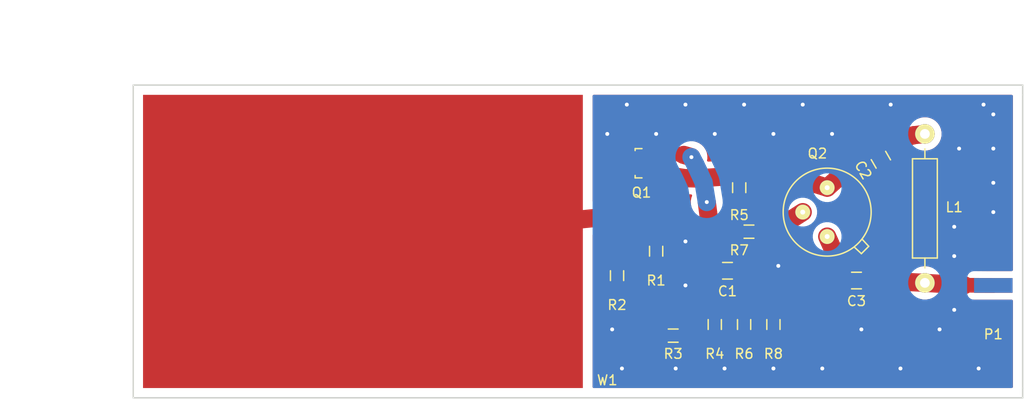
<source format=kicad_pcb>
(kicad_pcb (version 4) (host pcbnew 4.0.2-1.fc23-product)

  (general
    (links 28)
    (no_connects 1)
    (area 107.924999 85.924999 199.075001 118.075001)
    (thickness 1.6)
    (drawings 9)
    (tracks 191)
    (zones 0)
    (modules 17)
    (nets 10)
  )

  (page A4)
  (layers
    (0 F.Cu signal)
    (31 B.Cu signal)
    (32 B.Adhes user)
    (33 F.Adhes user)
    (34 B.Paste user)
    (35 F.Paste user)
    (36 B.SilkS user)
    (37 F.SilkS user)
    (38 B.Mask user)
    (39 F.Mask user)
    (40 Dwgs.User user)
    (41 Cmts.User user)
    (42 Eco1.User user)
    (43 Eco2.User user)
    (44 Edge.Cuts user)
    (45 Margin user)
    (46 B.CrtYd user)
    (47 F.CrtYd user)
    (48 B.Fab user)
    (49 F.Fab user)
  )

  (setup
    (last_trace_width 0.25)
    (trace_clearance 0.2)
    (zone_clearance 0.708)
    (zone_45_only no)
    (trace_min 0.2)
    (segment_width 0.2)
    (edge_width 0.15)
    (via_size 0.6)
    (via_drill 0.4)
    (via_min_size 0.4)
    (via_min_drill 0.3)
    (uvia_size 0.3)
    (uvia_drill 0.1)
    (uvias_allowed no)
    (uvia_min_size 0.2)
    (uvia_min_drill 0.1)
    (pcb_text_width 0.3)
    (pcb_text_size 1.5 1.5)
    (mod_edge_width 0.15)
    (mod_text_size 1 1)
    (mod_text_width 0.15)
    (pad_size 1.524 1.524)
    (pad_drill 0.762)
    (pad_to_mask_clearance 0.2)
    (aux_axis_origin 0 0)
    (visible_elements FFFFFF7F)
    (pcbplotparams
      (layerselection 0x010f0_80000001)
      (usegerberextensions false)
      (excludeedgelayer true)
      (linewidth 0.100000)
      (plotframeref false)
      (viasonmask false)
      (mode 1)
      (useauxorigin false)
      (hpglpennumber 1)
      (hpglpenspeed 20)
      (hpglpendiameter 15)
      (hpglpenoverlay 2)
      (psnegative false)
      (psa4output false)
      (plotreference true)
      (plotvalue true)
      (plotinvisibletext false)
      (padsonsilk false)
      (subtractmaskfromsilk false)
      (outputformat 1)
      (mirror false)
      (drillshape 0)
      (scaleselection 1)
      (outputdirectory gerber/))
  )

  (net 0 "")
  (net 1 "Net-(C1-Pad1)")
  (net 2 "Net-(C1-Pad2)")
  (net 3 Earth)
  (net 4 "Net-(C2-Pad2)")
  (net 5 "Net-(C3-Pad1)")
  (net 6 "Net-(C3-Pad2)")
  (net 7 "Net-(Q1-Pad3)")
  (net 8 "Net-(Q2-Pad2)")
  (net 9 "Net-(R1-Pad2)")

  (net_class Default "This is the default net class."
    (clearance 0.2)
    (trace_width 0.25)
    (via_dia 0.6)
    (via_drill 0.4)
    (uvia_dia 0.3)
    (uvia_drill 0.1)
    (add_net Earth)
    (add_net "Net-(C1-Pad1)")
    (add_net "Net-(C1-Pad2)")
    (add_net "Net-(C2-Pad2)")
    (add_net "Net-(C3-Pad1)")
    (add_net "Net-(C3-Pad2)")
    (add_net "Net-(Q1-Pad3)")
    (add_net "Net-(Q2-Pad2)")
    (add_net "Net-(R1-Pad2)")
  )

  (module sma-j:SMA-J (layer B.Cu) (tedit 57795F6E) (tstamp 574DEC46)
    (at 196 109)
    (path /574D1705)
    (fp_text reference P1 (at 0 -7.5) (layer B.SilkS) hide
      (effects (font (size 1 1) (thickness 0.15)) (justify mirror))
    )
    (fp_text value SMA-J (at 0 2.5) (layer B.Fab)
      (effects (font (size 1 1) (thickness 0.15)) (justify mirror))
    )
    (pad 1 smd rect (at 0 -2.5) (size 3.94 1.5) (layers B.Cu B.Paste B.Mask)
      (net 5 "Net-(C3-Pad1)"))
    (pad 2 smd rect (at 0 0) (size 3.94 1.7) (layers B.Cu B.Paste B.Mask)
      (net 3 Earth))
    (pad 2 smd rect (at 0 -5.08) (size 3.94 1.7) (layers B.Cu B.Paste B.Mask)
      (net 3 Earth))
  )

  (module Choke_Axial_ThroughHole:Choke_Horizontal_RM15mm (layer F.Cu) (tedit 542A89D5) (tstamp 574CA217)
    (at 189 98.5 270)
    (descr "Choke, Axial, 15mm")
    (tags "Choke, Axial, 15mm")
    (path /574CEAAD)
    (fp_text reference L1 (at 0 -3 360) (layer F.SilkS)
      (effects (font (size 1 1) (thickness 0.15)))
    )
    (fp_text value "470 uH" (at 0 2.5 270) (layer F.Fab)
      (effects (font (size 1 1) (thickness 0.15)))
    )
    (fp_line (start 5.19938 0) (end 6.21538 0) (layer F.SilkS) (width 0.15))
    (fp_line (start -4.96062 0) (end -5.97662 0) (layer F.SilkS) (width 0.15))
    (fp_line (start -4.96062 -1.27) (end 5.19938 -1.27) (layer F.SilkS) (width 0.15))
    (fp_line (start 5.19938 -1.27) (end 5.19938 1.27) (layer F.SilkS) (width 0.15))
    (fp_line (start 5.19938 1.27) (end -4.96062 1.27) (layer F.SilkS) (width 0.15))
    (fp_line (start -4.96062 1.27) (end -4.96062 -1.27) (layer F.SilkS) (width 0.15))
    (pad 1 thru_hole circle (at -7.50062 0 270) (size 1.99898 1.99898) (drill 1.00076) (layers *.Cu *.Mask F.SilkS)
      (net 4 "Net-(C2-Pad2)"))
    (pad 2 thru_hole circle (at 7.73938 0 270) (size 1.99898 1.99898) (drill 1.00076) (layers *.Cu *.Mask F.SilkS)
      (net 5 "Net-(C3-Pad1)"))
  )

  (module sma-j:SMA-J (layer F.Cu) (tedit 574C9A0F) (tstamp 574CA21E)
    (at 196 104)
    (path /574D1705)
    (fp_text reference P1 (at 0 7.5) (layer F.SilkS)
      (effects (font (size 1 1) (thickness 0.15)))
    )
    (fp_text value SMA-J (at 0 -2.5) (layer F.Fab)
      (effects (font (size 1 1) (thickness 0.15)))
    )
    (pad 1 smd rect (at 0 2.5) (size 3.94 1.5) (layers F.Cu F.Paste F.Mask)
      (net 5 "Net-(C3-Pad1)"))
    (pad 2 smd rect (at 0 0) (size 3.94 1.7) (layers F.Cu F.Paste F.Mask)
      (net 3 Earth))
    (pad 2 smd rect (at 0 5.08) (size 3.94 1.7) (layers F.Cu F.Paste F.Mask)
      (net 3 Earth))
  )

  (module TO_SOT_Packages_SMD:SOT-23_Handsoldering (layer F.Cu) (tedit 54E9291B) (tstamp 574CA225)
    (at 160 94 90)
    (descr "SOT-23, Handsoldering")
    (tags SOT-23)
    (path /574CA696)
    (attr smd)
    (fp_text reference Q1 (at -3 0 180) (layer F.SilkS)
      (effects (font (size 1 1) (thickness 0.15)))
    )
    (fp_text value MMBFJ310 (at 0 3.81 90) (layer F.Fab)
      (effects (font (size 1 1) (thickness 0.15)))
    )
    (fp_line (start -1.49982 0.0508) (end -1.49982 -0.65024) (layer F.SilkS) (width 0.15))
    (fp_line (start -1.49982 -0.65024) (end -1.2509 -0.65024) (layer F.SilkS) (width 0.15))
    (fp_line (start 1.29916 -0.65024) (end 1.49982 -0.65024) (layer F.SilkS) (width 0.15))
    (fp_line (start 1.49982 -0.65024) (end 1.49982 0.0508) (layer F.SilkS) (width 0.15))
    (pad 1 smd rect (at -0.95 1.50114 90) (size 0.8001 1.80086) (layers F.Cu F.Paste F.Mask)
      (net 4 "Net-(C2-Pad2)"))
    (pad 2 smd rect (at 0.95 1.50114 90) (size 0.8001 1.80086) (layers F.Cu F.Paste F.Mask)
      (net 2 "Net-(C1-Pad2)"))
    (pad 3 smd rect (at 0 -1.50114 90) (size 0.8001 1.80086) (layers F.Cu F.Paste F.Mask)
      (net 7 "Net-(Q1-Pad3)"))
    (model TO_SOT_Packages_SMD.3dshapes/SOT-23_Handsoldering.wrl
      (at (xyz 0 0 0))
      (scale (xyz 1 1 1))
      (rotate (xyz 0 0 0))
    )
  )

  (module m246:M246 (layer F.Cu) (tedit 574CA0CC) (tstamp 574CA22C)
    (at 179 99 270)
    (path /574DB823)
    (fp_text reference Q2 (at -6 1 360) (layer F.SilkS)
      (effects (font (size 1 1) (thickness 0.15)))
    )
    (fp_text value 2N5109 (at 0 7.2 270) (layer F.Fab)
      (effects (font (size 1 1) (thickness 0.15)))
    )
    (fp_line (start 3.5 -4.25) (end 2.8 -3.6) (layer F.SilkS) (width 0.15))
    (fp_line (start 4.25 -3.5) (end 3.5 -4.25) (layer F.SilkS) (width 0.15))
    (fp_line (start 3.6 -2.8) (end 4.25 -3.5) (layer F.SilkS) (width 0.15))
    (fp_circle (center 0 0) (end 0 4.5) (layer F.SilkS) (width 0.15))
    (pad 1 thru_hole circle (at 2.5 0 270) (size 1.524 1.524) (drill 0.5) (layers *.Cu *.Mask F.SilkS)
      (net 6 "Net-(C3-Pad2)"))
    (pad 2 thru_hole circle (at 0 2.5 270) (size 1.524 1.524) (drill 0.5) (layers *.Cu *.Mask F.SilkS)
      (net 8 "Net-(Q2-Pad2)"))
    (pad 3 thru_hole circle (at -2.5 0 270) (size 1.524 1.524) (drill 0.5) (layers *.Cu *.Mask F.SilkS)
      (net 4 "Net-(C2-Pad2)"))
  )

  (module Resistors_SMD:R_0603_HandSoldering (layer F.Cu) (tedit 5418A00F) (tstamp 574CA232)
    (at 161.5 103 270)
    (descr "Resistor SMD 0603, hand soldering")
    (tags "resistor 0603")
    (path /574C8FE8)
    (attr smd)
    (fp_text reference R1 (at 3 0 360) (layer F.SilkS)
      (effects (font (size 1 1) (thickness 0.15)))
    )
    (fp_text value 1M (at 0 1.9 270) (layer F.Fab)
      (effects (font (size 1 1) (thickness 0.15)))
    )
    (fp_line (start -2 -0.8) (end 2 -0.8) (layer F.CrtYd) (width 0.05))
    (fp_line (start -2 0.8) (end 2 0.8) (layer F.CrtYd) (width 0.05))
    (fp_line (start -2 -0.8) (end -2 0.8) (layer F.CrtYd) (width 0.05))
    (fp_line (start 2 -0.8) (end 2 0.8) (layer F.CrtYd) (width 0.05))
    (fp_line (start 0.5 0.675) (end -0.5 0.675) (layer F.SilkS) (width 0.15))
    (fp_line (start -0.5 -0.675) (end 0.5 -0.675) (layer F.SilkS) (width 0.15))
    (pad 1 smd rect (at -1.1 0 270) (size 1.2 0.9) (layers F.Cu F.Paste F.Mask)
      (net 4 "Net-(C2-Pad2)"))
    (pad 2 smd rect (at 1.1 0 270) (size 1.2 0.9) (layers F.Cu F.Paste F.Mask)
      (net 9 "Net-(R1-Pad2)"))
    (model Resistors_SMD.3dshapes/R_0603_HandSoldering.wrl
      (at (xyz 0 0 0))
      (scale (xyz 1 1 1))
      (rotate (xyz 0 0 0))
    )
  )

  (module Resistors_SMD:R_0603_HandSoldering (layer F.Cu) (tedit 5418A00F) (tstamp 574CA238)
    (at 157.5 105.5 270)
    (descr "Resistor SMD 0603, hand soldering")
    (tags "resistor 0603")
    (path /574C9098)
    (attr smd)
    (fp_text reference R2 (at 3 0 360) (layer F.SilkS)
      (effects (font (size 1 1) (thickness 0.15)))
    )
    (fp_text value 1M (at 0 1.9 270) (layer F.Fab)
      (effects (font (size 1 1) (thickness 0.15)))
    )
    (fp_line (start -2 -0.8) (end 2 -0.8) (layer F.CrtYd) (width 0.05))
    (fp_line (start -2 0.8) (end 2 0.8) (layer F.CrtYd) (width 0.05))
    (fp_line (start -2 -0.8) (end -2 0.8) (layer F.CrtYd) (width 0.05))
    (fp_line (start 2 -0.8) (end 2 0.8) (layer F.CrtYd) (width 0.05))
    (fp_line (start 0.5 0.675) (end -0.5 0.675) (layer F.SilkS) (width 0.15))
    (fp_line (start -0.5 -0.675) (end 0.5 -0.675) (layer F.SilkS) (width 0.15))
    (pad 1 smd rect (at -1.1 0 270) (size 1.2 0.9) (layers F.Cu F.Paste F.Mask)
      (net 7 "Net-(Q1-Pad3)"))
    (pad 2 smd rect (at 1.1 0 270) (size 1.2 0.9) (layers F.Cu F.Paste F.Mask)
      (net 9 "Net-(R1-Pad2)"))
    (model Resistors_SMD.3dshapes/R_0603_HandSoldering.wrl
      (at (xyz 0 0 0))
      (scale (xyz 1 1 1))
      (rotate (xyz 0 0 0))
    )
  )

  (module Resistors_SMD:R_0603_HandSoldering (layer F.Cu) (tedit 5418A00F) (tstamp 574CA23E)
    (at 163.2462 111.6386)
    (descr "Resistor SMD 0603, hand soldering")
    (tags "resistor 0603")
    (path /574C910F)
    (attr smd)
    (fp_text reference R3 (at 0 1.8614) (layer F.SilkS)
      (effects (font (size 1 1) (thickness 0.15)))
    )
    (fp_text value 1M (at 0 -1.6386) (layer F.Fab)
      (effects (font (size 1 1) (thickness 0.15)))
    )
    (fp_line (start -2 -0.8) (end 2 -0.8) (layer F.CrtYd) (width 0.05))
    (fp_line (start -2 0.8) (end 2 0.8) (layer F.CrtYd) (width 0.05))
    (fp_line (start -2 -0.8) (end -2 0.8) (layer F.CrtYd) (width 0.05))
    (fp_line (start 2 -0.8) (end 2 0.8) (layer F.CrtYd) (width 0.05))
    (fp_line (start 0.5 0.675) (end -0.5 0.675) (layer F.SilkS) (width 0.15))
    (fp_line (start -0.5 -0.675) (end 0.5 -0.675) (layer F.SilkS) (width 0.15))
    (pad 1 smd rect (at -1.1 0) (size 1.2 0.9) (layers F.Cu F.Paste F.Mask)
      (net 9 "Net-(R1-Pad2)"))
    (pad 2 smd rect (at 1.1 0) (size 1.2 0.9) (layers F.Cu F.Paste F.Mask)
      (net 3 Earth))
    (model Resistors_SMD.3dshapes/R_0603_HandSoldering.wrl
      (at (xyz 0 0 0))
      (scale (xyz 1 1 1))
      (rotate (xyz 0 0 0))
    )
  )

  (module Resistors_SMD:R_0603_HandSoldering (layer F.Cu) (tedit 5418A00F) (tstamp 574CA244)
    (at 167.5 110.5 270)
    (descr "Resistor SMD 0603, hand soldering")
    (tags "resistor 0603")
    (path /574CBCF4)
    (attr smd)
    (fp_text reference R4 (at 3 0 360) (layer F.SilkS)
      (effects (font (size 1 1) (thickness 0.15)))
    )
    (fp_text value 680 (at 0 1.9 270) (layer F.Fab)
      (effects (font (size 1 1) (thickness 0.15)))
    )
    (fp_line (start -2 -0.8) (end 2 -0.8) (layer F.CrtYd) (width 0.05))
    (fp_line (start -2 0.8) (end 2 0.8) (layer F.CrtYd) (width 0.05))
    (fp_line (start -2 -0.8) (end -2 0.8) (layer F.CrtYd) (width 0.05))
    (fp_line (start 2 -0.8) (end 2 0.8) (layer F.CrtYd) (width 0.05))
    (fp_line (start 0.5 0.675) (end -0.5 0.675) (layer F.SilkS) (width 0.15))
    (fp_line (start -0.5 -0.675) (end 0.5 -0.675) (layer F.SilkS) (width 0.15))
    (pad 1 smd rect (at -1.1 0 270) (size 1.2 0.9) (layers F.Cu F.Paste F.Mask)
      (net 2 "Net-(C1-Pad2)"))
    (pad 2 smd rect (at 1.1 0 270) (size 1.2 0.9) (layers F.Cu F.Paste F.Mask)
      (net 3 Earth))
    (model Resistors_SMD.3dshapes/R_0603_HandSoldering.wrl
      (at (xyz 0 0 0))
      (scale (xyz 1 1 1))
      (rotate (xyz 0 0 0))
    )
  )

  (module Resistors_SMD:R_0603_HandSoldering (layer F.Cu) (tedit 5418A00F) (tstamp 574CA24A)
    (at 170 96.5 270)
    (descr "Resistor SMD 0603, hand soldering")
    (tags "resistor 0603")
    (path /574C9049)
    (attr smd)
    (fp_text reference R5 (at 2.8 0 360) (layer F.SilkS)
      (effects (font (size 1 1) (thickness 0.15)))
    )
    (fp_text value 2k2 (at 0 1.9 270) (layer F.Fab)
      (effects (font (size 1 1) (thickness 0.15)))
    )
    (fp_line (start -2 -0.8) (end 2 -0.8) (layer F.CrtYd) (width 0.05))
    (fp_line (start -2 0.8) (end 2 0.8) (layer F.CrtYd) (width 0.05))
    (fp_line (start -2 -0.8) (end -2 0.8) (layer F.CrtYd) (width 0.05))
    (fp_line (start 2 -0.8) (end 2 0.8) (layer F.CrtYd) (width 0.05))
    (fp_line (start 0.5 0.675) (end -0.5 0.675) (layer F.SilkS) (width 0.15))
    (fp_line (start -0.5 -0.675) (end 0.5 -0.675) (layer F.SilkS) (width 0.15))
    (pad 1 smd rect (at -1.1 0 270) (size 1.2 0.9) (layers F.Cu F.Paste F.Mask)
      (net 4 "Net-(C2-Pad2)"))
    (pad 2 smd rect (at 1.1 0 270) (size 1.2 0.9) (layers F.Cu F.Paste F.Mask)
      (net 1 "Net-(C1-Pad1)"))
    (model Resistors_SMD.3dshapes/R_0603_HandSoldering.wrl
      (at (xyz 0 0 0))
      (scale (xyz 1 1 1))
      (rotate (xyz 0 0 0))
    )
  )

  (module Resistors_SMD:R_0603_HandSoldering (layer F.Cu) (tedit 5418A00F) (tstamp 574CA250)
    (at 170.5 110.5 270)
    (descr "Resistor SMD 0603, hand soldering")
    (tags "resistor 0603")
    (path /574C93B4)
    (attr smd)
    (fp_text reference R6 (at 3 0 360) (layer F.SilkS)
      (effects (font (size 1 1) (thickness 0.15)))
    )
    (fp_text value 10k (at 0 1.9 270) (layer F.Fab)
      (effects (font (size 1 1) (thickness 0.15)))
    )
    (fp_line (start -2 -0.8) (end 2 -0.8) (layer F.CrtYd) (width 0.05))
    (fp_line (start -2 0.8) (end 2 0.8) (layer F.CrtYd) (width 0.05))
    (fp_line (start -2 -0.8) (end -2 0.8) (layer F.CrtYd) (width 0.05))
    (fp_line (start 2 -0.8) (end 2 0.8) (layer F.CrtYd) (width 0.05))
    (fp_line (start 0.5 0.675) (end -0.5 0.675) (layer F.SilkS) (width 0.15))
    (fp_line (start -0.5 -0.675) (end 0.5 -0.675) (layer F.SilkS) (width 0.15))
    (pad 1 smd rect (at -1.1 0 270) (size 1.2 0.9) (layers F.Cu F.Paste F.Mask)
      (net 1 "Net-(C1-Pad1)"))
    (pad 2 smd rect (at 1.1 0 270) (size 1.2 0.9) (layers F.Cu F.Paste F.Mask)
      (net 3 Earth))
    (model Resistors_SMD.3dshapes/R_0603_HandSoldering.wrl
      (at (xyz 0 0 0))
      (scale (xyz 1 1 1))
      (rotate (xyz 0 0 0))
    )
  )

  (module Resistors_SMD:R_0603_HandSoldering (layer F.Cu) (tedit 5418A00F) (tstamp 574CA256)
    (at 171 101 180)
    (descr "Resistor SMD 0603, hand soldering")
    (tags "resistor 0603")
    (path /574C931F)
    (attr smd)
    (fp_text reference R7 (at 1 -1.9 180) (layer F.SilkS)
      (effects (font (size 1 1) (thickness 0.15)))
    )
    (fp_text value 47 (at 0 1.9 180) (layer F.Fab)
      (effects (font (size 1 1) (thickness 0.15)))
    )
    (fp_line (start -2 -0.8) (end 2 -0.8) (layer F.CrtYd) (width 0.05))
    (fp_line (start -2 0.8) (end 2 0.8) (layer F.CrtYd) (width 0.05))
    (fp_line (start -2 -0.8) (end -2 0.8) (layer F.CrtYd) (width 0.05))
    (fp_line (start 2 -0.8) (end 2 0.8) (layer F.CrtYd) (width 0.05))
    (fp_line (start 0.5 0.675) (end -0.5 0.675) (layer F.SilkS) (width 0.15))
    (fp_line (start -0.5 -0.675) (end 0.5 -0.675) (layer F.SilkS) (width 0.15))
    (pad 1 smd rect (at -1.1 0 180) (size 1.2 0.9) (layers F.Cu F.Paste F.Mask)
      (net 8 "Net-(Q2-Pad2)"))
    (pad 2 smd rect (at 1.1 0 180) (size 1.2 0.9) (layers F.Cu F.Paste F.Mask)
      (net 1 "Net-(C1-Pad1)"))
    (model Resistors_SMD.3dshapes/R_0603_HandSoldering.wrl
      (at (xyz 0 0 0))
      (scale (xyz 1 1 1))
      (rotate (xyz 0 0 0))
    )
  )

  (module Resistors_SMD:R_0603_HandSoldering (layer F.Cu) (tedit 5418A00F) (tstamp 574CA25C)
    (at 173.5 110.5 270)
    (descr "Resistor SMD 0603, hand soldering")
    (tags "resistor 0603")
    (path /574C9428)
    (attr smd)
    (fp_text reference R8 (at 3 0 360) (layer F.SilkS)
      (effects (font (size 1 1) (thickness 0.15)))
    )
    (fp_text value 220 (at 0 1.9 270) (layer F.Fab)
      (effects (font (size 1 1) (thickness 0.15)))
    )
    (fp_line (start -2 -0.8) (end 2 -0.8) (layer F.CrtYd) (width 0.05))
    (fp_line (start -2 0.8) (end 2 0.8) (layer F.CrtYd) (width 0.05))
    (fp_line (start -2 -0.8) (end -2 0.8) (layer F.CrtYd) (width 0.05))
    (fp_line (start 2 -0.8) (end 2 0.8) (layer F.CrtYd) (width 0.05))
    (fp_line (start 0.5 0.675) (end -0.5 0.675) (layer F.SilkS) (width 0.15))
    (fp_line (start -0.5 -0.675) (end 0.5 -0.675) (layer F.SilkS) (width 0.15))
    (pad 1 smd rect (at -1.1 0 270) (size 1.2 0.9) (layers F.Cu F.Paste F.Mask)
      (net 6 "Net-(C3-Pad2)"))
    (pad 2 smd rect (at 1.1 0 270) (size 1.2 0.9) (layers F.Cu F.Paste F.Mask)
      (net 3 Earth))
    (model Resistors_SMD.3dshapes/R_0603_HandSoldering.wrl
      (at (xyz 0 0 0))
      (scale (xyz 1 1 1))
      (rotate (xyz 0 0 0))
    )
  )

  (module miniwhip:MINIWHIP (layer F.Cu) (tedit 574DE95C) (tstamp 574CA261)
    (at 109 87)
    (path /574CB3F2)
    (fp_text reference W1 (at 47.5 29.2) (layer F.SilkS)
      (effects (font (size 1 1) (thickness 0.15)))
    )
    (fp_text value MINIWHIP (at -2 26 90) (layer F.Fab)
      (effects (font (size 1 1) (thickness 0.15)))
    )
    (pad 1 smd rect (at 22.5 15) (size 45 30) (layers F.Cu F.Paste F.Mask)
      (net 7 "Net-(Q1-Pad3)"))
  )

  (module Capacitors_SMD:C_0805_HandSoldering (layer F.Cu) (tedit 541A9B8D) (tstamp 574F1709)
    (at 168.8 105 180)
    (descr "Capacitor SMD 0805, hand soldering")
    (tags "capacitor 0805")
    (path /574CC897)
    (attr smd)
    (fp_text reference C1 (at 0 -2.1 180) (layer F.SilkS)
      (effects (font (size 1 1) (thickness 0.15)))
    )
    (fp_text value 560n (at 0 2.1 180) (layer F.Fab)
      (effects (font (size 1 1) (thickness 0.15)))
    )
    (fp_line (start -2.3 -1) (end 2.3 -1) (layer F.CrtYd) (width 0.05))
    (fp_line (start -2.3 1) (end 2.3 1) (layer F.CrtYd) (width 0.05))
    (fp_line (start -2.3 -1) (end -2.3 1) (layer F.CrtYd) (width 0.05))
    (fp_line (start 2.3 -1) (end 2.3 1) (layer F.CrtYd) (width 0.05))
    (fp_line (start 0.5 -0.85) (end -0.5 -0.85) (layer F.SilkS) (width 0.15))
    (fp_line (start -0.5 0.85) (end 0.5 0.85) (layer F.SilkS) (width 0.15))
    (pad 1 smd rect (at -1.25 0 180) (size 1.5 1.25) (layers F.Cu F.Paste F.Mask)
      (net 1 "Net-(C1-Pad1)"))
    (pad 2 smd rect (at 1.25 0 180) (size 1.5 1.25) (layers F.Cu F.Paste F.Mask)
      (net 2 "Net-(C1-Pad2)"))
    (model Capacitors_SMD.3dshapes/C_0805_HandSoldering.wrl
      (at (xyz 0 0 0))
      (scale (xyz 1 1 1))
      (rotate (xyz 0 0 0))
    )
  )

  (module Capacitors_SMD:C_0805_HandSoldering (layer F.Cu) (tedit 541A9B8D) (tstamp 574F170E)
    (at 184.4962 93.6422 120)
    (descr "Capacitor SMD 0805, hand soldering")
    (tags "capacitor 0805")
    (path /574CE5AB)
    (attr smd)
    (fp_text reference C2 (at 0 -2.1 120) (layer F.SilkS)
      (effects (font (size 1 1) (thickness 0.15)))
    )
    (fp_text value 560n (at 0 2.1 120) (layer F.Fab)
      (effects (font (size 1 1) (thickness 0.15)))
    )
    (fp_line (start -2.3 -1) (end 2.3 -1) (layer F.CrtYd) (width 0.05))
    (fp_line (start -2.3 1) (end 2.3 1) (layer F.CrtYd) (width 0.05))
    (fp_line (start -2.3 -1) (end -2.3 1) (layer F.CrtYd) (width 0.05))
    (fp_line (start 2.3 -1) (end 2.3 1) (layer F.CrtYd) (width 0.05))
    (fp_line (start 0.5 -0.85) (end -0.5 -0.85) (layer F.SilkS) (width 0.15))
    (fp_line (start -0.5 0.85) (end 0.5 0.85) (layer F.SilkS) (width 0.15))
    (pad 1 smd rect (at -1.25 0 120) (size 1.5 1.25) (layers F.Cu F.Paste F.Mask)
      (net 3 Earth))
    (pad 2 smd rect (at 1.25 0 120) (size 1.5 1.25) (layers F.Cu F.Paste F.Mask)
      (net 4 "Net-(C2-Pad2)"))
    (model Capacitors_SMD.3dshapes/C_0805_HandSoldering.wrl
      (at (xyz 0 0 0))
      (scale (xyz 1 1 1))
      (rotate (xyz 0 0 0))
    )
  )

  (module Capacitors_SMD:C_0805_HandSoldering (layer F.Cu) (tedit 541A9B8D) (tstamp 574F1713)
    (at 182 106 180)
    (descr "Capacitor SMD 0805, hand soldering")
    (tags "capacitor 0805")
    (path /574CE0E6)
    (attr smd)
    (fp_text reference C3 (at 0 -2.1 180) (layer F.SilkS)
      (effects (font (size 1 1) (thickness 0.15)))
    )
    (fp_text value 560n (at 0 2.1 180) (layer F.Fab)
      (effects (font (size 1 1) (thickness 0.15)))
    )
    (fp_line (start -2.3 -1) (end 2.3 -1) (layer F.CrtYd) (width 0.05))
    (fp_line (start -2.3 1) (end 2.3 1) (layer F.CrtYd) (width 0.05))
    (fp_line (start -2.3 -1) (end -2.3 1) (layer F.CrtYd) (width 0.05))
    (fp_line (start 2.3 -1) (end 2.3 1) (layer F.CrtYd) (width 0.05))
    (fp_line (start 0.5 -0.85) (end -0.5 -0.85) (layer F.SilkS) (width 0.15))
    (fp_line (start -0.5 0.85) (end 0.5 0.85) (layer F.SilkS) (width 0.15))
    (pad 1 smd rect (at -1.25 0 180) (size 1.5 1.25) (layers F.Cu F.Paste F.Mask)
      (net 5 "Net-(C3-Pad1)"))
    (pad 2 smd rect (at 1.25 0 180) (size 1.5 1.25) (layers F.Cu F.Paste F.Mask)
      (net 6 "Net-(C3-Pad2)"))
    (model Capacitors_SMD.3dshapes/C_0805_HandSoldering.wrl
      (at (xyz 0 0 0))
      (scale (xyz 1 1 1))
      (rotate (xyz 0 0 0))
    )
  )

  (dimension 32 (width 0.3) (layer Dwgs.User)
    (gr_text "32,000 mm" (at 100.65 102 270) (layer Dwgs.User)
      (effects (font (size 1.5 1.5) (thickness 0.3)))
    )
    (feature1 (pts (xy 108 118) (xy 99.3 118)))
    (feature2 (pts (xy 108 86) (xy 99.3 86)))
    (crossbar (pts (xy 102 86) (xy 102 118)))
    (arrow1a (pts (xy 102 118) (xy 101.413579 116.873496)))
    (arrow1b (pts (xy 102 118) (xy 102.586421 116.873496)))
    (arrow2a (pts (xy 102 86) (xy 101.413579 87.126504)))
    (arrow2b (pts (xy 102 86) (xy 102.586421 87.126504)))
  )
  (dimension 91 (width 0.3) (layer Dwgs.User)
    (gr_text "91,000 mm" (at 153.5 79.15) (layer Dwgs.User)
      (effects (font (size 1.5 1.5) (thickness 0.3)))
    )
    (feature1 (pts (xy 199 86) (xy 199 77.8)))
    (feature2 (pts (xy 108 86) (xy 108 77.8)))
    (crossbar (pts (xy 108 80.5) (xy 199 80.5)))
    (arrow1a (pts (xy 199 80.5) (xy 197.873496 81.086421)))
    (arrow1b (pts (xy 199 80.5) (xy 197.873496 79.913579)))
    (arrow2a (pts (xy 108 80.5) (xy 109.126504 81.086421)))
    (arrow2b (pts (xy 108 80.5) (xy 109.126504 79.913579)))
  )
  (gr_line (start 199 118) (end 199 117) (layer Edge.Cuts) (width 0.15))
  (gr_line (start 199 87) (end 199 86) (layer Edge.Cuts) (width 0.15))
  (gr_line (start 108 117) (end 108 118) (layer Edge.Cuts) (width 0.15))
  (gr_line (start 108 117) (end 108 86) (layer Edge.Cuts) (width 0.15))
  (gr_line (start 199 118) (end 108 118) (layer Edge.Cuts) (width 0.15))
  (gr_line (start 199 87) (end 199 117) (layer Edge.Cuts) (width 0.15))
  (gr_line (start 108 86) (end 199 86) (layer Edge.Cuts) (width 0.15))

  (segment (start 169.9727 99.4167) (end 169.9819 99.0269) (width 1.86) (layer F.Cu) (net 1))
  (segment (start 169.9819 99.0269) (end 170 97.6) (width 0.9) (layer F.Cu) (net 1))
  (segment (start 169.9 101) (end 169.9727 99.4167) (width 0.9) (layer F.Cu) (net 1))
  (segment (start 170.0376 103.9454) (end 169.9355 102.3399) (width 1.86) (layer F.Cu) (net 1))
  (segment (start 169.9355 102.3399) (end 169.9 101) (width 0.75) (layer F.Cu) (net 1))
  (segment (start 170 105) (end 170.5876 103.9454) (width 0.75) (layer F.Cu) (net 1))
  (segment (start 170.5269 108.3902) (end 170.3031 106.2529) (width 1.86) (layer F.Cu) (net 1))
  (segment (start 170.6531 106.2529) (end 169.8 105) (width 0.9) (layer F.Cu) (net 1))
  (segment (start 170.5 109.4) (end 170.5269 108.3902) (width 0.9) (layer F.Cu) (net 1))
  (segment (start 169.9965 97.875) (end 170.4207 98.8324) (width 0.9) (layer F.Cu) (net 1))
  (segment (start 169.9965 97.875) (end 169.5481 98.8214) (width 0.9) (layer F.Cu) (net 1))
  (segment (start 169.9199 100.5675) (end 169.5276 99.5965) (width 0.9) (layer F.Cu) (net 1))
  (segment (start 169.9199 100.5675) (end 170.3994 99.6365) (width 0.9) (layer F.Cu) (net 1))
  (segment (start 169.9002 101.0084) (end 170.4337 102.0953) (width 0.75) (layer F.Cu) (net 1))
  (segment (start 169.9002 101.0084) (end 169.4251 102.1221) (width 0.75) (layer F.Cu) (net 1))
  (segment (start 169.6 105) (end 169.6328 103.9284) (width 0.75) (layer F.Cu) (net 1))
  (segment (start 169.6 104.4) (end 170.494 103.8082) (width 0.75) (layer F.Cu) (net 1))
  (segment (start 169.6547 105.3007) (end 170.5512 105.842) (width 0.9) (layer F.Cu) (net 1))
  (segment (start 169.6547 105.3007) (end 169.8298 106.3332) (width 0.9) (layer F.Cu) (net 1))
  (segment (start 170.5 109.4) (end 170.0986 108.607) (width 0.9) (layer F.Cu) (net 1))
  (segment (start 170.5 109.4) (end 170.943 108.6294) (width 0.9) (layer F.Cu) (net 1))
  (via (at 165.1108 93.3756) (size 0.6) (layers F.Cu B.Cu) (net 2))
  (via (at 166.6816 97.9719) (size 0.6) (layers F.Cu B.Cu) (net 2))
  (segment (start 165.5248 94.1655) (end 165.1108 93.3756) (width 1.86) (layer B.Cu) (net 2))
  (segment (start 165.9045 94.9572) (end 165.5248 94.1655) (width 1.86) (layer B.Cu) (net 2))
  (segment (start 166.3569 95.9671) (end 165.9045 94.9572) (width 1.86) (layer B.Cu) (net 2))
  (segment (start 166.6816 97.9719) (end 166.3569 95.9671) (width 1.86) (layer B.Cu) (net 2))
  (segment (start 167.5102 108.5501) (end 167.5208 106.5034) (width 1.86) (layer F.Cu) (net 2))
  (segment (start 167.5208 106.5034) (end 167.55 105) (width 0.9) (layer F.Cu) (net 2))
  (segment (start 167.5 109.4) (end 167.5102 108.5501) (width 0.9) (layer F.Cu) (net 2))
  (segment (start 162.3969 93.044) (end 164.3373 93.1476) (width 0.8002) (layer F.Cu) (net 2))
  (segment (start 164.3373 93.1476) (end 165.1108 93.3756) (width 1.86) (layer F.Cu) (net 2))
  (segment (start 167.4326 103.7278) (end 166.6816 97.9719) (width 1.86) (layer F.Cu) (net 2))
  (segment (start 167.55 105) (end 167.4326 103.7278) (width 0.75) (layer F.Cu) (net 2))
  (segment (start 167.5432 105.3516) (end 167.961 106.3119) (width 0.9) (layer F.Cu) (net 2))
  (segment (start 167.5432 105.3516) (end 167.0884 106.2949) (width 0.9) (layer F.Cu) (net 2))
  (segment (start 167.5 109.4) (end 167.1108 108.8164) (width 0.9) (layer F.Cu) (net 2))
  (segment (start 167.5 109.4) (end 167.903 108.826) (width 0.9) (layer F.Cu) (net 2))
  (segment (start 163.0673 93.0798) (end 164.1425 92.6548) (width 0.8002) (layer F.Cu) (net 2))
  (segment (start 163.0673 93.0798) (end 164.0911 93.6168) (width 0.8002) (layer F.Cu) (net 2))
  (segment (start 167.55 105) (end 166.957 104.0138) (width 0.75) (layer F.Cu) (net 2))
  (segment (start 167.55 105) (end 167.9526 103.922) (width 0.75) (layer F.Cu) (net 2))
  (segment (start 196 109.08) (end 192.08 109.08) (width 0.25) (layer F.Cu) (net 3))
  (segment (start 192.08 109.08) (end 192 109) (width 0.25) (layer F.Cu) (net 3))
  (via (at 192 109) (size 0.6) (drill 0.4) (layers F.Cu B.Cu) (net 3))
  (segment (start 192 100.5) (end 192 103.5) (width 0.25) (layer B.Cu) (net 3))
  (via (at 192 103.5) (size 0.6) (drill 0.4) (layers F.Cu B.Cu) (net 3))
  (segment (start 196 99) (end 193.5 99) (width 0.25) (layer F.Cu) (net 3))
  (segment (start 193.5 99) (end 192 100.5) (width 0.25) (layer F.Cu) (net 3))
  (via (at 192 100.5) (size 0.6) (drill 0.4) (layers F.Cu B.Cu) (net 3))
  (segment (start 164.5 106.5) (end 164.5 102) (width 0.25) (layer F.Cu) (net 3))
  (via (at 164.5 102) (size 0.6) (drill 0.4) (layers F.Cu B.Cu) (net 3))
  (segment (start 160 111) (end 164.5 106.5) (width 0.25) (layer B.Cu) (net 3))
  (via (at 164.5 106.5) (size 0.6) (drill 0.4) (layers F.Cu B.Cu) (net 3))
  (segment (start 157 111) (end 160 111) (width 0.25) (layer B.Cu) (net 3))
  (segment (start 178.5 115) (end 178.5 109) (width 0.25) (layer B.Cu) (net 3))
  (segment (start 178.5 109) (end 174 104.5) (width 0.25) (layer B.Cu) (net 3))
  (via (at 174 104.5) (size 0.6) (drill 0.4) (layers F.Cu B.Cu) (net 3))
  (segment (start 158 115) (end 158 112) (width 0.25) (layer B.Cu) (net 3))
  (segment (start 158 112) (end 157 111) (width 0.25) (layer B.Cu) (net 3))
  (via (at 157 111) (size 0.6) (drill 0.4) (layers F.Cu B.Cu) (net 3))
  (segment (start 163.5 115) (end 158 115) (width 0.25) (layer F.Cu) (net 3))
  (via (at 158 115) (size 0.6) (drill 0.4) (layers F.Cu B.Cu) (net 3))
  (via (at 163.5 115) (size 0.6) (drill 0.4) (layers F.Cu B.Cu) (net 3))
  (segment (start 168.5 115) (end 163.5 115) (width 0.25) (layer F.Cu) (net 3))
  (segment (start 173.5 115) (end 168.5 115) (width 0.25) (layer B.Cu) (net 3))
  (via (at 168.5 115) (size 0.6) (drill 0.4) (layers F.Cu B.Cu) (net 3))
  (segment (start 178.5 115) (end 173.5 115) (width 0.25) (layer F.Cu) (net 3))
  (via (at 173.5 115) (size 0.6) (drill 0.4) (layers F.Cu B.Cu) (net 3))
  (via (at 178.5 115) (size 0.6) (drill 0.4) (layers F.Cu B.Cu) (net 3))
  (segment (start 182.5 111) (end 178.5 115) (width 0.25) (layer F.Cu) (net 3))
  (segment (start 186.5 115) (end 182.5 111) (width 0.25) (layer B.Cu) (net 3))
  (via (at 182.5 111) (size 0.6) (drill 0.4) (layers F.Cu B.Cu) (net 3))
  (segment (start 190.5 111) (end 186.5 115) (width 0.25) (layer F.Cu) (net 3))
  (via (at 186.5 115) (size 0.6) (drill 0.4) (layers F.Cu B.Cu) (net 3))
  (segment (start 194.5 115) (end 190.5 111) (width 0.25) (layer B.Cu) (net 3))
  (via (at 190.5 111) (size 0.6) (drill 0.4) (layers F.Cu B.Cu) (net 3))
  (segment (start 196 109.08) (end 196 113.5) (width 0.25) (layer F.Cu) (net 3))
  (segment (start 196 113.5) (end 194.5 115) (width 0.25) (layer F.Cu) (net 3))
  (via (at 194.5 115) (size 0.6) (drill 0.4) (layers F.Cu B.Cu) (net 3))
  (segment (start 192.5 92.5) (end 192.5 90.5) (width 0.25) (layer F.Cu) (net 3))
  (segment (start 192.5 90.5) (end 195 88) (width 0.25) (layer F.Cu) (net 3))
  (via (at 192.5 92.5) (size 0.6) (drill 0.4) (layers F.Cu B.Cu) (net 3))
  (segment (start 196 96) (end 192.5 92.5) (width 0.25) (layer F.Cu) (net 3))
  (segment (start 158.5 88) (end 156.5 90) (width 0.25) (layer B.Cu) (net 3))
  (segment (start 156.5 90) (end 156.5 91) (width 0.25) (layer B.Cu) (net 3))
  (via (at 156.5 91) (size 0.6) (drill 0.4) (layers F.Cu B.Cu) (net 3))
  (segment (start 161.5 91) (end 158.5 88) (width 0.25) (layer F.Cu) (net 3))
  (via (at 158.5 88) (size 0.6) (drill 0.4) (layers F.Cu B.Cu) (net 3))
  (segment (start 164.5 88) (end 161.5 91) (width 0.25) (layer B.Cu) (net 3))
  (via (at 161.5 91) (size 0.6) (drill 0.4) (layers F.Cu B.Cu) (net 3))
  (via (at 164.5 88) (size 0.6) (drill 0.4) (layers F.Cu B.Cu) (net 3))
  (segment (start 167.5 91) (end 164.5 88) (width 0.25) (layer B.Cu) (net 3))
  (segment (start 170.5 88) (end 167.5 91) (width 0.25) (layer F.Cu) (net 3))
  (via (at 167.5 91) (size 0.6) (drill 0.4) (layers F.Cu B.Cu) (net 3))
  (via (at 170.5 88) (size 0.6) (drill 0.4) (layers F.Cu B.Cu) (net 3))
  (segment (start 173.5 91) (end 170.5 88) (width 0.25) (layer F.Cu) (net 3))
  (segment (start 176.5 88) (end 173.5 91) (width 0.25) (layer B.Cu) (net 3))
  (via (at 173.5 91) (size 0.6) (drill 0.4) (layers F.Cu B.Cu) (net 3))
  (via (at 176.5 88) (size 0.6) (drill 0.4) (layers F.Cu B.Cu) (net 3))
  (segment (start 179.5 91) (end 176.5 88) (width 0.25) (layer B.Cu) (net 3))
  (segment (start 185.5 88) (end 182.5 88) (width 0.25) (layer B.Cu) (net 3))
  (segment (start 182.5 88) (end 179.5 91) (width 0.25) (layer B.Cu) (net 3))
  (via (at 179.5 91) (size 0.6) (drill 0.4) (layers F.Cu B.Cu) (net 3))
  (segment (start 195 88) (end 185.5 88) (width 0.25) (layer F.Cu) (net 3))
  (via (at 185.5 88) (size 0.6) (drill 0.4) (layers F.Cu B.Cu) (net 3))
  (via (at 195 88) (size 0.6) (drill 0.4) (layers F.Cu B.Cu) (net 3))
  (segment (start 196 89) (end 195 88) (width 0.25) (layer F.Cu) (net 3))
  (segment (start 196 92.5) (end 196 89) (width 0.25) (layer B.Cu) (net 3))
  (via (at 196 89) (size 0.6) (drill 0.4) (layers F.Cu B.Cu) (net 3))
  (segment (start 196 96) (end 196 92.5) (width 0.25) (layer F.Cu) (net 3))
  (via (at 196 92.5) (size 0.6) (drill 0.4) (layers F.Cu B.Cu) (net 3))
  (segment (start 196 99) (end 196 96) (width 0.25) (layer B.Cu) (net 3))
  (via (at 196 96) (size 0.6) (drill 0.4) (layers F.Cu B.Cu) (net 3))
  (segment (start 196 104) (end 196 99) (width 0.25) (layer F.Cu) (net 3))
  (via (at 196 99) (size 0.6) (drill 0.4) (layers F.Cu B.Cu) (net 3))
  (segment (start 185.2163 92.1018) (end 184.0212 92.8195) (width 0.75) (layer F.Cu) (net 4))
  (segment (start 185.8666 91.6967) (end 185.2163 92.1018) (width 1.86) (layer F.Cu) (net 4))
  (segment (start 186.8686 91.3876) (end 185.8666 91.6967) (width 1.86) (layer F.Cu) (net 4))
  (segment (start 187.86 91.1318) (end 186.8686 91.3876) (width 1.86) (layer F.Cu) (net 4))
  (segment (start 189 90.9994) (end 187.86 91.1318) (width 1.86) (layer F.Cu) (net 4))
  (segment (start 182.8498 93.349) (end 184.0212 92.8195) (width 0.75) (layer F.Cu) (net 4))
  (segment (start 181.2188 94.511) (end 182.8498 93.349) (width 1.86) (layer F.Cu) (net 4))
  (segment (start 179 96.5) (end 181.2188 94.511) (width 1.86) (layer F.Cu) (net 4))
  (segment (start 177.5534 96.0417) (end 171.5191 95.3103) (width 1.86) (layer F.Cu) (net 4))
  (segment (start 179 96.5) (end 177.5534 96.0417) (width 1.86) (layer F.Cu) (net 4))
  (segment (start 170 95.4) (end 171.5191 95.3103) (width 0.9) (layer F.Cu) (net 4))
  (segment (start 162.8023 96.4114) (end 162.8194 95.2681) (width 1.86) (layer F.Cu) (net 4))
  (segment (start 162.6279 97.4851) (end 162.8023 96.4114) (width 1.86) (layer F.Cu) (net 4))
  (segment (start 162.2228 99.148) (end 162.6279 97.4851) (width 1.86) (layer F.Cu) (net 4))
  (segment (start 161.667 100.9387) (end 162.2228 99.148) (width 1.86) (layer F.Cu) (net 4))
  (segment (start 161.5 101.9) (end 161.667 100.9387) (width 0.9) (layer F.Cu) (net 4))
  (segment (start 165.6387 95.5603) (end 168.6989 95.3455) (width 1.86) (layer F.Cu) (net 4))
  (segment (start 164.4632 95.5236) (end 165.6387 95.5603) (width 1.86) (layer F.Cu) (net 4))
  (segment (start 162.8194 95.2681) (end 164.4632 95.5236) (width 1.86) (layer F.Cu) (net 4))
  (segment (start 168.6989 95.3455) (end 170 95.4) (width 0.8002) (layer F.Cu) (net 4))
  (segment (start 161.5011 94.95) (end 162.8194 95.2681) (width 0.8002) (layer F.Cu) (net 4))
  (segment (start 184.0744 92.7876) (end 184.7583 91.7884) (width 0.75) (layer F.Cu) (net 4))
  (segment (start 184.0744 92.7876) (end 185.2779 92.6534) (width 0.75) (layer F.Cu) (net 4))
  (segment (start 184.0212 92.8195) (end 183.2743 93.7065) (width 0.75) (layer F.Cu) (net 4))
  (segment (start 184.0212 92.8195) (end 182.8619 92.7941) (width 0.75) (layer F.Cu) (net 4))
  (segment (start 170.3691 95.3782) (end 171.2937 94.8865) (width 0.9) (layer F.Cu) (net 4))
  (segment (start 170.3691 95.3782) (end 171.3451 95.7577) (width 0.9) (layer F.Cu) (net 4))
  (segment (start 161.5 101.9) (end 161.2149 101.0999) (width 0.9) (layer F.Cu) (net 4))
  (segment (start 161.5 101.9) (end 162.0383 101.2429) (width 0.9) (layer F.Cu) (net 4))
  (segment (start 169.9695 95.3987) (end 168.8993 95.836) (width 0.8002) (layer F.Cu) (net 4))
  (segment (start 169.9695 95.3987) (end 168.9397 94.8734) (width 0.8002) (layer F.Cu) (net 4))
  (segment (start 161.5831 94.9698) (end 162.7178 94.748) (width 0.8002) (layer F.Cu) (net 4))
  (segment (start 161.5831 94.9698) (end 162.4918 95.6846) (width 0.8002) (layer F.Cu) (net 4))
  (segment (start 184.5 106) (end 182.95 106) (width 0.75) (layer F.Cu) (net 5))
  (segment (start 189 106.2394) (end 184.5 106) (width 1.86) (layer F.Cu) (net 5))
  (segment (start 193.0167 106.4775) (end 196 106.5) (width 1.5) (layer F.Cu) (net 5))
  (segment (start 189 106.2394) (end 193.0167 106.4775) (width 1.86) (layer F.Cu) (net 5))
  (segment (start 183.168 106) (end 184.2687 105.4955) (width 0.75) (layer F.Cu) (net 5))
  (segment (start 183.168 106) (end 184.2687 106.5045) (width 0.75) (layer F.Cu) (net 5))
  (segment (start 174.5996 109.0456) (end 180.0043 106.3396) (width 1.86) (layer F.Cu) (net 6))
  (segment (start 180.0043 106.3396) (end 181.05 106) (width 0.9) (layer F.Cu) (net 6))
  (segment (start 173.5 109.4) (end 174.5996 109.0456) (width 0.9) (layer F.Cu) (net 6))
  (segment (start 180.5686 105.0003) (end 181.05 106) (width 0.75) (layer F.Cu) (net 6))
  (segment (start 179 101.5) (end 180.5686 105.0003) (width 1.86) (layer F.Cu) (net 6))
  (segment (start 181.05 106) (end 180.337 106.6856) (width 0.9) (layer F.Cu) (net 6))
  (segment (start 181.05 106) (end 180.0702 105.8642) (width 0.9) (layer F.Cu) (net 6))
  (segment (start 173.5031 109.399) (end 174.2753 108.6917) (width 0.9) (layer F.Cu) (net 6))
  (segment (start 173.5031 109.399) (end 174.5431 109.5223) (width 0.9) (layer F.Cu) (net 6))
  (segment (start 181.05 106) (end 180.256 105.4589) (width 0.75) (layer F.Cu) (net 6))
  (segment (start 181.05 106) (end 181.122 105.0419) (width 0.75) (layer F.Cu) (net 6))
  (segment (start 157.8876 99.3318) (end 131.5 102) (width 1.86) (layer F.Cu) (net 7))
  (segment (start 157.8876 99.3318) (end 157.5218 102.8257) (width 1.86) (layer F.Cu) (net 7))
  (segment (start 158.4376 94.8417) (end 157.8876 99.3318) (width 1.86) (layer F.Cu) (net 7))
  (segment (start 157.5218 102.8257) (end 157.5 104.4) (width 0.8002) (layer F.Cu) (net 7))
  (segment (start 158.4989 94) (end 158.4376 94.8417) (width 0.8002) (layer F.Cu) (net 7))
  (segment (start 157.5042 104.0973) (end 157.0371 103.0398) (width 0.8002) (layer F.Cu) (net 7))
  (segment (start 157.5042 104.0973) (end 158.0003 103.0532) (width 0.8002) (layer F.Cu) (net 7))
  (segment (start 158.4989 94) (end 158.8731 94.5399) (width 0.8002) (layer F.Cu) (net 7))
  (segment (start 158.4989 94) (end 158.0505 94.4799) (width 0.8002) (layer F.Cu) (net 7))
  (segment (start 175.1973 99.8343) (end 173.3413 100.7531) (width 1.86) (layer F.Cu) (net 8))
  (segment (start 176.5 99) (end 175.1973 99.8343) (width 1.86) (layer F.Cu) (net 8))
  (segment (start 172.1 101) (end 173.3413 100.7531) (width 0.9) (layer F.Cu) (net 8))
  (segment (start 172.2114 100.9778) (end 173.06 100.3641) (width 0.9) (layer F.Cu) (net 8))
  (segment (start 172.2114 100.9778) (end 173.2302 101.2201) (width 0.9) (layer F.Cu) (net 8))
  (segment (start 160.8797 110.7247) (end 158.9774 106.7646) (width 1.86) (layer F.Cu) (net 9))
  (segment (start 162.1462 111.6386) (end 160.8797 110.7247) (width 0.9) (layer F.Cu) (net 9))
  (segment (start 158.9774 106.7646) (end 161.0836 105.4788) (width 1.86) (layer F.Cu) (net 9))
  (segment (start 161.0836 105.4788) (end 161.5 104.1) (width 0.9) (layer F.Cu) (net 9))
  (segment (start 157.5 106.6) (end 158.9774 106.7646) (width 0.9) (layer F.Cu) (net 9))
  (segment (start 161.8139 111.3988) (end 160.7866 111.1956) (width 0.9) (layer F.Cu) (net 9))
  (segment (start 161.8139 111.3988) (end 161.2972 110.4878) (width 0.9) (layer F.Cu) (net 9))
  (segment (start 161.4166 104.376) (end 161.5591 105.4134) (width 0.9) (layer F.Cu) (net 9))
  (segment (start 161.4166 104.376) (end 160.7237 105.1612) (width 0.9) (layer F.Cu) (net 9))
  (segment (start 157.8325 106.637) (end 158.8269 106.3087) (width 0.9) (layer F.Cu) (net 9))
  (segment (start 157.8325 106.637) (end 158.7303 107.1761) (width 0.9) (layer F.Cu) (net 9))

  (zone (net 3) (net_name Earth) (layer F.Cu) (tstamp 0) (hatch edge 0.508)
    (connect_pads yes (clearance 0.708))
    (min_thickness 0.254)
    (fill yes (arc_segments 32) (thermal_gap 0.1) (thermal_bridge_width 0.508))
    (polygon
      (pts
        (xy 155 87) (xy 197 87) (xy 198 87) (xy 198 117) (xy 155 117)
      )
    )
    (filled_polygon
      (pts
        (xy 165.055137 97.30794) (xy 164.983003 97.492324) (xy 164.922202 97.831383) (xy 164.928417 98.175794) (xy 164.931434 98.200253)
        (xy 165.682434 103.956153) (xy 165.76012 104.291747) (xy 165.901509 104.605859) (xy 165.907564 104.614369) (xy 165.911423 104.62279)
        (xy 165.920028 104.637329) (xy 165.96096 104.705402) (xy 165.96096 105.625) (xy 165.964348 105.667478) (xy 165.93091 105.736831)
        (xy 165.918875 105.769646) (xy 165.902149 105.799701) (xy 165.860116 105.929863) (xy 165.844558 105.972284) (xy 165.842792 105.983508)
        (xy 165.796293 106.1275) (xy 165.756123 106.469618) (xy 165.755824 106.49426) (xy 165.745224 108.540959) (xy 165.777062 108.883953)
        (xy 165.874915 109.214229) (xy 165.995461 109.443804) (xy 166.031878 109.514363) (xy 166.035031 109.519163) (xy 166.035055 109.519209)
        (xy 166.035088 109.519249) (xy 166.041728 109.529359) (xy 166.21096 109.78312) (xy 166.21096 110) (xy 166.221564 110.132971)
        (xy 166.291407 110.358503) (xy 166.421317 110.555649) (xy 166.601007 110.708797) (xy 166.816249 110.805822) (xy 167.05 110.83904)
        (xy 167.95 110.83904) (xy 168.082971 110.828436) (xy 168.308503 110.758593) (xy 168.505649 110.628683) (xy 168.658797 110.448993)
        (xy 168.755822 110.233751) (xy 168.78904 110) (xy 168.78904 109.800297) (xy 168.954679 109.564374) (xy 168.957596 109.559213)
        (xy 168.961341 109.554796) (xy 169.042016 109.409833) (xy 169.054001 109.388625) (xy 169.21096 109.698712) (xy 169.21096 110)
        (xy 169.221564 110.132971) (xy 169.291407 110.358503) (xy 169.421317 110.555649) (xy 169.601007 110.708797) (xy 169.816249 110.805822)
        (xy 170.05 110.83904) (xy 170.95 110.83904) (xy 171.082971 110.828436) (xy 171.308503 110.758593) (xy 171.505649 110.628683)
        (xy 171.658797 110.448993) (xy 171.755822 110.233751) (xy 171.78904 110) (xy 171.78904 109.736008) (xy 172.057034 109.269832)
        (xy 172.066279 109.249351) (xy 172.079153 109.23028) (xy 172.137898 109.090685) (xy 172.160211 109.041251) (xy 172.162078 109.033225)
        (xy 172.21096 108.917066) (xy 172.21096 110) (xy 172.221564 110.132971) (xy 172.291407 110.358503) (xy 172.421317 110.555649)
        (xy 172.601007 110.708797) (xy 172.816249 110.805822) (xy 173.05 110.83904) (xy 173.95 110.83904) (xy 174.082971 110.828436)
        (xy 174.238699 110.78021) (xy 174.391813 110.798363) (xy 174.5501 110.801572) (xy 174.704153 110.807501) (xy 175.044383 110.753638)
        (xy 175.367672 110.634716) (xy 175.389785 110.623837) (xy 180.794485 107.917837) (xy 181.085984 107.734299) (xy 181.150048 107.673725)
        (xy 181.214641 107.624201) (xy 181.22766 107.611856) (xy 181.381383 107.46404) (xy 181.5 107.46404) (xy 181.632971 107.453436)
        (xy 181.858503 107.383593) (xy 182.000019 107.290341) (xy 182.051007 107.333797) (xy 182.266249 107.430822) (xy 182.5 107.46404)
        (xy 183.458166 107.46404) (xy 183.764538 107.604464) (xy 183.903584 107.652407) (xy 184.041838 107.704498) (xy 184.381636 107.761027)
        (xy 184.406235 107.762508) (xy 188.388843 107.974383) (xy 188.430369 107.992525) (xy 188.781738 108.069779) (xy 189.141421 108.077313)
        (xy 189.402163 108.031337) (xy 192.912259 108.239407) (xy 193.256471 108.226138) (xy 193.59155 108.146264) (xy 193.762069 108.068167)
        (xy 193.889902 108.069131) (xy 194.03 108.08904) (xy 197.873 108.08904) (xy 197.873 116.873) (xy 155.127 116.873)
        (xy 155.127 101.384941) (xy 155.906246 101.306146) (xy 155.766395 102.641915) (xy 155.764128 102.986375) (xy 155.828812 103.324715)
        (xy 155.870705 103.428284) (xy 155.900447 103.52301) (xy 155.907304 103.538833) (xy 156.21096 104.226301) (xy 156.21096 105)
        (xy 156.221564 105.132971) (xy 156.291407 105.358503) (xy 156.384659 105.500019) (xy 156.341203 105.551007) (xy 156.244178 105.766249)
        (xy 156.21096 106) (xy 156.21096 107.2) (xy 156.221564 107.332971) (xy 156.291407 107.558503) (xy 156.421317 107.755649)
        (xy 156.601007 107.908797) (xy 156.816249 108.005822) (xy 157.05 108.03904) (xy 157.63152 108.03904) (xy 159.288739 111.488944)
        (xy 159.467482 111.783409) (xy 159.700014 112.037547) (xy 159.977482 112.241679) (xy 160.289314 112.38803) (xy 160.412721 112.418666)
        (xy 160.519682 112.452573) (xy 160.537258 112.456177) (xy 160.832004 112.514478) (xy 160.917517 112.644249) (xy 161.097207 112.797397)
        (xy 161.312449 112.894422) (xy 161.5462 112.92764) (xy 162.7462 112.92764) (xy 162.879171 112.917036) (xy 163.104703 112.847193)
        (xy 163.301849 112.717283) (xy 163.454997 112.537593) (xy 163.552022 112.322351) (xy 163.58524 112.0886) (xy 163.58524 111.1886)
        (xy 163.574636 111.055629) (xy 163.504793 110.830097) (xy 163.374883 110.632951) (xy 163.195193 110.479803) (xy 162.979951 110.382778)
        (xy 162.7462 110.34956) (xy 162.696092 110.34956) (xy 162.444436 109.905861) (xy 161.259572 107.439279) (xy 162.003271 106.985263)
        (xy 162.278363 106.777941) (xy 162.507946 106.521135) (xy 162.683277 106.224627) (xy 162.797676 105.899711) (xy 162.846787 105.558762)
        (xy 162.837644 105.384494) (xy 162.834464 105.256322) (xy 162.832146 105.238531) (xy 162.773344 104.810452) (xy 162.78904 104.7)
        (xy 162.78904 103.5) (xy 162.778436 103.367029) (xy 162.708593 103.141497) (xy 162.615341 102.999981) (xy 162.658797 102.948993)
        (xy 162.755822 102.733751) (xy 162.78904 102.5) (xy 162.78904 102.35421) (xy 163.032336 102.05722) (xy 163.118415 101.928269)
        (xy 163.207056 101.800938) (xy 163.345202 101.485385) (xy 163.352671 101.461901) (xy 163.908471 99.671201) (xy 163.917049 99.629573)
        (xy 163.931649 99.589657) (xy 163.937649 99.565755) (xy 164.342749 97.902855) (xy 164.350711 97.84685) (xy 164.365947 97.792375)
        (xy 164.370068 97.768079) (xy 164.447887 97.288982)
      )
    )
    (filled_polygon
      (pts
        (xy 197.873 104.91096) (xy 195.470319 104.91096) (xy 193.80466 104.898398) (xy 193.48518 104.775809) (xy 193.145731 104.717223)
        (xy 193.121142 104.715593) (xy 189.614782 104.507745) (xy 189.545098 104.478452) (xy 189.192684 104.406112) (xy 188.832931 104.403601)
        (xy 188.589387 104.450059) (xy 184.593765 104.237492) (xy 184.24964 104.252846) (xy 183.915051 104.334749) (xy 183.846194 104.366791)
        (xy 183.779944 104.388604) (xy 183.764538 104.395536) (xy 183.458166 104.53596) (xy 182.5 104.53596) (xy 182.367029 104.546564)
        (xy 182.276669 104.574547) (xy 182.189186 104.301067) (xy 182.179265 104.278508) (xy 180.610665 100.778208) (xy 180.439793 100.479107)
        (xy 180.214081 100.218893) (xy 179.942123 100.007476) (xy 179.634281 99.852908) (xy 179.302279 99.761078) (xy 178.958764 99.735482)
        (xy 178.61682 99.777096) (xy 178.28947 99.884335) (xy 177.989184 100.053115) (xy 177.7274 100.277005) (xy 177.514089 100.54748)
        (xy 177.357376 100.854236) (xy 177.26323 101.185588) (xy 177.235237 101.528917) (xy 177.274463 101.871143) (xy 177.379414 102.199234)
        (xy 177.389335 102.221792) (xy 178.653243 105.042178) (xy 173.809415 107.467363) (xy 173.624247 107.583951) (xy 173.62334 107.584372)
        (xy 173.621825 107.585476) (xy 173.517916 107.650901) (xy 173.470299 107.695924) (xy 173.420675 107.732095) (xy 173.407361 107.744121)
        (xy 173.170625 107.96096) (xy 173.05 107.96096) (xy 172.917029 107.971564) (xy 172.691497 108.041407) (xy 172.494351 108.171317)
        (xy 172.341203 108.351007) (xy 172.28286 108.480437) (xy 172.284698 108.230916) (xy 172.282303 108.206389) (xy 172.058503 106.069089)
        (xy 171.989369 105.73163) (xy 171.856006 105.414027) (xy 171.663493 105.128375) (xy 171.63904 105.104073) (xy 171.63904 104.667679)
        (xy 171.700732 104.536346) (xy 171.78384 104.202055) (xy 171.800434 103.857987) (xy 171.799042 103.833383) (xy 171.700831 102.28904)
        (xy 172.171028 102.28904) (xy 172.932883 102.470231) (xy 173.014399 102.481365) (xy 173.093749 102.500654) (xy 173.4379 102.515454)
        (xy 173.77837 102.463128) (xy 174.102192 102.345667) (xy 174.124353 102.334888) (xy 175.980353 101.416088) (xy 176.052302 101.371239)
        (xy 176.128348 101.333758) (xy 176.149193 101.320613) (xy 177.451893 100.486312) (xy 177.722458 100.273115) (xy 177.946459 100.011426)
        (xy 178.115365 99.711212) (xy 178.222742 99.383907) (xy 178.264501 99.04198) (xy 178.23905 98.698454) (xy 178.14736 98.366414)
        (xy 177.992922 98.058507) (xy 177.966031 98.023885) (xy 178.466939 98.182579) (xy 178.507017 98.191082) (xy 178.545387 98.205448)
        (xy 178.675208 98.226767) (xy 178.803906 98.254073) (xy 178.844874 98.25463) (xy 178.885302 98.261269) (xy 179.016788 98.256967)
        (xy 179.148341 98.258755) (xy 179.188638 98.251344) (xy 179.229585 98.250004) (xy 179.357727 98.220246) (xy 179.487127 98.196447)
        (xy 179.525218 98.181349) (xy 179.565124 98.172082) (xy 179.685058 98.117996) (xy 179.807358 98.069521) (xy 179.841784 98.047317)
        (xy 179.879137 98.030472) (xy 179.986289 97.954114) (xy 180.096837 97.882813) (xy 180.126298 97.854342) (xy 180.159664 97.830565)
        (xy 180.178129 97.814244) (xy 182.32338 95.891175) (xy 183.873934 94.786489) (xy 184.13364 94.56019) (xy 184.159943 94.526197)
        (xy 184.188895 94.498722) (xy 184.199867 94.485875) (xy 184.659659 93.939838) (xy 185.411994 93.855947) (xy 185.447777 93.848365)
        (xy 185.483902 93.846396) (xy 185.614873 93.812962) (xy 185.643016 93.806999) (xy 185.650095 93.80397) (xy 185.817666 93.761193)
        (xy 186.128524 93.612784) (xy 186.149531 93.5999) (xy 186.605574 93.315812) (xy 187.349496 93.086324) (xy 188.183806 92.871056)
        (xy 188.69791 92.811348) (xy 188.781738 92.829779) (xy 189.141421 92.837313) (xy 189.495718 92.774841) (xy 189.831132 92.644742)
        (xy 190.134889 92.451972) (xy 190.395419 92.203873) (xy 190.602797 91.909896) (xy 190.749126 91.581237) (xy 190.828831 91.230415)
        (xy 190.834568 90.819499) (xy 190.76469 90.466589) (xy 190.627596 90.133972) (xy 190.428506 89.834319) (xy 190.175006 89.579042)
        (xy 189.876749 89.377866) (xy 189.545098 89.238452) (xy 189.192684 89.166112) (xy 188.832931 89.163601) (xy 188.479541 89.231013)
        (xy 188.299018 89.303949) (xy 187.656381 89.378585) (xy 187.550363 89.401555) (xy 187.442943 89.416781) (xy 187.419038 89.422772)
        (xy 186.427638 89.678572) (xy 186.400409 89.688519) (xy 186.371919 89.693925) (xy 186.348321 89.701025) (xy 185.34632 90.010125)
        (xy 185.306777 90.026702) (xy 185.265234 90.037307) (xy 185.148221 90.093171) (xy 185.028638 90.143302) (xy 184.993068 90.167244)
        (xy 184.954376 90.185716) (xy 184.933369 90.1986) (xy 184.283069 90.6037) (xy 184.07877 90.760581) (xy 184.071907 90.759316)
        (xy 183.836989 90.782911) (xy 183.617946 90.871019) (xy 182.535414 91.496019) (xy 182.42556 91.571687) (xy 182.335192 91.6693)
        (xy 182.146917 91.729994) (xy 181.845837 91.897352) (xy 181.825667 91.911511) (xy 180.194666 93.073511) (xy 180.129511 93.130285)
        (xy 180.059136 93.180435) (xy 180.040672 93.196756) (xy 178.572307 94.513043) (xy 178.086461 94.359121) (xy 177.937955 94.327613)
        (xy 177.79022 94.29266) (xy 177.765776 94.289524) (xy 171.731476 93.558124) (xy 171.387098 93.550243) (xy 171.047749 93.609402)
        (xy 170.726353 93.733348) (xy 170.71647 93.739593) (xy 170.706251 93.74364) (xy 170.690352 93.751954) (xy 170.297334 93.96096)
        (xy 169.869063 93.96096) (xy 169.500925 93.773173) (xy 169.387479 93.728654) (xy 169.27891 93.678523) (xy 168.94408 93.597612)
        (xy 168.59991 93.583278) (xy 168.575316 93.584832) (xy 166.835879 93.706926) (xy 166.867305 93.548558) (xy 166.867448 93.20409)
        (xy 166.800679 92.866156) (xy 166.669544 92.547625) (xy 166.479037 92.260633) (xy 166.236413 92.016108) (xy 165.950917 91.823366)
        (xy 165.633419 91.689749) (xy 165.60983 91.682616) (xy 164.836331 91.454616) (xy 164.497991 91.38993) (xy 164.153531 91.392193)
        (xy 163.816071 91.461319) (xy 163.759612 91.485025) (xy 163.704559 91.499949) (xy 163.688478 91.506177) (xy 162.863984 91.832079)
        (xy 162.46275 91.810657) (xy 162.414784 91.812788) (xy 162.40157 91.81091) (xy 160.60071 91.81091) (xy 160.467739 91.821514)
        (xy 160.242207 91.891357) (xy 160.045061 92.021267) (xy 159.891913 92.200957) (xy 159.794888 92.416199) (xy 159.76167 92.64995)
        (xy 159.76167 92.85211) (xy 159.633041 92.794128) (xy 159.39929 92.76091) (xy 157.59843 92.76091) (xy 157.465459 92.771514)
        (xy 157.239927 92.841357) (xy 157.042781 92.971267) (xy 156.889633 93.150957) (xy 156.792608 93.366199) (xy 156.75939 93.59995)
        (xy 156.75939 94.306238) (xy 156.688861 94.602667) (xy 156.685694 94.627106) (xy 156.307133 97.717609) (xy 155.127 97.83694)
        (xy 155.127 87.127) (xy 197.873 87.127)
      )
    )
  )
  (zone (net 3) (net_name Earth) (layer B.Cu) (tstamp 0) (hatch edge 0.508)
    (connect_pads yes (clearance 0.708))
    (min_thickness 0.254)
    (fill yes (arc_segments 32) (thermal_gap 0.1) (thermal_bridge_width 0.508))
    (polygon
      (pts
        (xy 155 87) (xy 197 87) (xy 198 87) (xy 198 117) (xy 155 117)
      )
    )
    (filled_polygon
      (pts
        (xy 197.873 104.91096) (xy 194.03 104.91096) (xy 193.897029 104.921564) (xy 193.671497 104.991407) (xy 193.474351 105.121317)
        (xy 193.321203 105.301007) (xy 193.224178 105.516249) (xy 193.19096 105.75) (xy 193.19096 107.25) (xy 193.201564 107.382971)
        (xy 193.271407 107.608503) (xy 193.401317 107.805649) (xy 193.581007 107.958797) (xy 193.796249 108.055822) (xy 194.03 108.08904)
        (xy 197.873 108.08904) (xy 197.873 116.873) (xy 155.127 116.873) (xy 155.127 106.393629) (xy 187.163099 106.393629)
        (xy 187.228043 106.747481) (xy 187.36048 107.081979) (xy 187.555366 107.384383) (xy 187.805278 107.643174) (xy 188.100696 107.848495)
        (xy 188.430369 107.992525) (xy 188.781738 108.069779) (xy 189.141421 108.077313) (xy 189.495718 108.014841) (xy 189.831132 107.884742)
        (xy 190.134889 107.691972) (xy 190.395419 107.443873) (xy 190.602797 107.149896) (xy 190.749126 106.821237) (xy 190.828831 106.470415)
        (xy 190.834568 106.059499) (xy 190.76469 105.706589) (xy 190.627596 105.373972) (xy 190.428506 105.074319) (xy 190.175006 104.819042)
        (xy 189.876749 104.617866) (xy 189.545098 104.478452) (xy 189.192684 104.406112) (xy 188.832931 104.403601) (xy 188.479541 104.471013)
        (xy 188.145976 104.605782) (xy 187.84494 104.802775) (xy 187.5879 105.054487) (xy 187.384646 105.351332) (xy 187.242921 105.682002)
        (xy 187.168122 106.033902) (xy 187.163099 106.393629) (xy 155.127 106.393629) (xy 155.127 101.63428) (xy 177.400901 101.63428)
        (xy 177.457437 101.942323) (xy 177.57273 102.233517) (xy 177.742386 102.496773) (xy 177.959944 102.722061) (xy 178.217118 102.900802)
        (xy 178.504112 103.026186) (xy 178.809994 103.093439) (xy 179.123113 103.099997) (xy 179.431543 103.045613) (xy 179.723535 102.932357)
        (xy 179.987969 102.764542) (xy 180.21477 102.548562) (xy 180.395302 102.292642) (xy 180.522687 102.006531) (xy 180.592073 101.701126)
        (xy 180.597068 101.343406) (xy 180.536236 101.036183) (xy 180.41689 100.746626) (xy 180.243574 100.485766) (xy 180.022891 100.263537)
        (xy 179.763247 100.088404) (xy 179.474531 99.967039) (xy 179.16774 99.904064) (xy 178.854559 99.901877) (xy 178.546919 99.960563)
        (xy 178.256536 100.077885) (xy 177.994472 100.249375) (xy 177.770708 100.468501) (xy 177.593767 100.726917) (xy 177.470389 101.014779)
        (xy 177.405274 101.321123) (xy 177.400901 101.63428) (xy 155.127 101.63428) (xy 155.127 93.512846) (xy 163.351144 93.512846)
        (xy 163.411314 93.852018) (xy 163.536217 94.173043) (xy 163.547505 94.194949) (xy 163.946932 94.957044) (xy 164.303124 95.699728)
        (xy 164.651582 96.477596) (xy 164.939304 98.254084) (xy 165.027295 98.587124) (xy 165.178299 98.89673) (xy 165.386563 99.171109)
        (xy 165.644155 99.399811) (xy 165.941262 99.574124) (xy 166.266568 99.687409) (xy 166.607683 99.735351) (xy 166.951614 99.716124)
        (xy 167.28526 99.630459) (xy 167.595913 99.481621) (xy 167.871739 99.275277) (xy 167.998694 99.13428) (xy 174.900901 99.13428)
        (xy 174.957437 99.442323) (xy 175.07273 99.733517) (xy 175.242386 99.996773) (xy 175.459944 100.222061) (xy 175.717118 100.400802)
        (xy 176.004112 100.526186) (xy 176.309994 100.593439) (xy 176.623113 100.599997) (xy 176.931543 100.545613) (xy 177.223535 100.432357)
        (xy 177.487969 100.264542) (xy 177.71477 100.048562) (xy 177.895302 99.792642) (xy 178.022687 99.506531) (xy 178.092073 99.201126)
        (xy 178.097068 98.843406) (xy 178.036236 98.536183) (xy 177.91689 98.246626) (xy 177.743574 97.985766) (xy 177.522891 97.763537)
        (xy 177.263247 97.588404) (xy 176.974531 97.467039) (xy 176.66774 97.404064) (xy 176.354559 97.401877) (xy 176.046919 97.460563)
        (xy 175.756536 97.577885) (xy 175.494472 97.749375) (xy 175.270708 97.968501) (xy 175.093767 98.226917) (xy 174.970389 98.514779)
        (xy 174.905274 98.821123) (xy 174.900901 99.13428) (xy 167.998694 99.13428) (xy 168.102234 99.019288) (xy 168.278617 98.723406)
        (xy 168.394171 98.398897) (xy 168.444493 98.058125) (xy 168.427666 97.714069) (xy 168.423896 97.689715) (xy 168.252957 96.63428)
        (xy 177.400901 96.63428) (xy 177.457437 96.942323) (xy 177.57273 97.233517) (xy 177.742386 97.496773) (xy 177.959944 97.722061)
        (xy 178.217118 97.900802) (xy 178.504112 98.026186) (xy 178.809994 98.093439) (xy 179.123113 98.099997) (xy 179.431543 98.045613)
        (xy 179.723535 97.932357) (xy 179.987969 97.764542) (xy 180.21477 97.548562) (xy 180.395302 97.292642) (xy 180.522687 97.006531)
        (xy 180.592073 96.701126) (xy 180.597068 96.343406) (xy 180.536236 96.036183) (xy 180.41689 95.746626) (xy 180.243574 95.485766)
        (xy 180.022891 95.263537) (xy 179.763247 95.088404) (xy 179.474531 94.967039) (xy 179.16774 94.904064) (xy 178.854559 94.901877)
        (xy 178.546919 94.960563) (xy 178.256536 95.077885) (xy 177.994472 95.249375) (xy 177.770708 95.468501) (xy 177.593767 95.726917)
        (xy 177.470389 96.014779) (xy 177.405274 96.321123) (xy 177.400901 96.63428) (xy 168.252957 96.63428) (xy 168.099196 95.684915)
        (xy 168.087637 95.641163) (xy 168.082489 95.596198) (xy 168.043722 95.474951) (xy 168.011205 95.351875) (xy 167.991364 95.311195)
        (xy 167.977583 95.268093) (xy 167.967666 95.245533) (xy 167.515266 94.235633) (xy 167.509958 94.226339) (xy 167.506437 94.21624)
        (xy 167.495936 94.193946) (xy 167.116236 93.402246) (xy 167.106318 93.385884) (xy 167.099382 93.368057) (xy 167.088095 93.34615)
        (xy 166.674095 92.556251) (xy 166.485176 92.268209) (xy 166.243909 92.022348) (xy 165.959481 91.828032) (xy 165.642727 91.692663)
        (xy 165.305712 91.621396) (xy 164.961273 91.616946) (xy 164.62253 91.679482) (xy 164.302384 91.806623) (xy 164.013031 91.993526)
        (xy 163.765491 92.233072) (xy 163.569195 92.516136) (xy 163.431617 92.831938) (xy 163.357999 93.168446) (xy 163.351144 93.512846)
        (xy 155.127 93.512846) (xy 155.127 91.153629) (xy 187.163099 91.153629) (xy 187.228043 91.507481) (xy 187.36048 91.841979)
        (xy 187.555366 92.144383) (xy 187.805278 92.403174) (xy 188.100696 92.608495) (xy 188.430369 92.752525) (xy 188.781738 92.829779)
        (xy 189.141421 92.837313) (xy 189.495718 92.774841) (xy 189.831132 92.644742) (xy 190.134889 92.451972) (xy 190.395419 92.203873)
        (xy 190.602797 91.909896) (xy 190.749126 91.581237) (xy 190.828831 91.230415) (xy 190.834568 90.819499) (xy 190.76469 90.466589)
        (xy 190.627596 90.133972) (xy 190.428506 89.834319) (xy 190.175006 89.579042) (xy 189.876749 89.377866) (xy 189.545098 89.238452)
        (xy 189.192684 89.166112) (xy 188.832931 89.163601) (xy 188.479541 89.231013) (xy 188.145976 89.365782) (xy 187.84494 89.562775)
        (xy 187.5879 89.814487) (xy 187.384646 90.111332) (xy 187.242921 90.442002) (xy 187.168122 90.793902) (xy 187.163099 91.153629)
        (xy 155.127 91.153629) (xy 155.127 87.127) (xy 197.873 87.127)
      )
    )
  )
)

</source>
